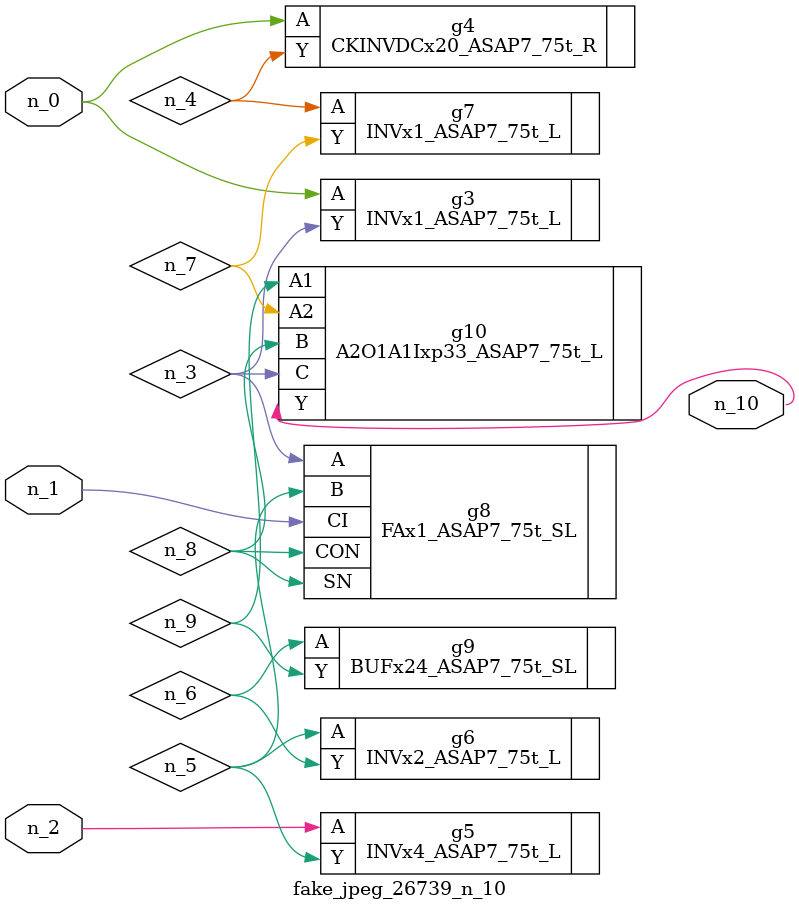
<source format=v>
module fake_jpeg_26739_n_10 (n_0, n_2, n_1, n_10);

input n_0;
input n_2;
input n_1;

output n_10;

wire n_3;
wire n_4;
wire n_8;
wire n_9;
wire n_6;
wire n_5;
wire n_7;

INVx1_ASAP7_75t_L g3 ( 
.A(n_0),
.Y(n_3)
);

CKINVDCx20_ASAP7_75t_R g4 ( 
.A(n_0),
.Y(n_4)
);

INVx4_ASAP7_75t_L g5 ( 
.A(n_2),
.Y(n_5)
);

INVx2_ASAP7_75t_L g6 ( 
.A(n_5),
.Y(n_6)
);

BUFx24_ASAP7_75t_SL g9 ( 
.A(n_6),
.Y(n_9)
);

INVx1_ASAP7_75t_L g7 ( 
.A(n_4),
.Y(n_7)
);

FAx1_ASAP7_75t_SL g8 ( 
.A(n_3),
.B(n_5),
.CI(n_1),
.CON(n_8),
.SN(n_8)
);

A2O1A1Ixp33_ASAP7_75t_L g10 ( 
.A1(n_9),
.A2(n_7),
.B(n_8),
.C(n_3),
.Y(n_10)
);


endmodule
</source>
